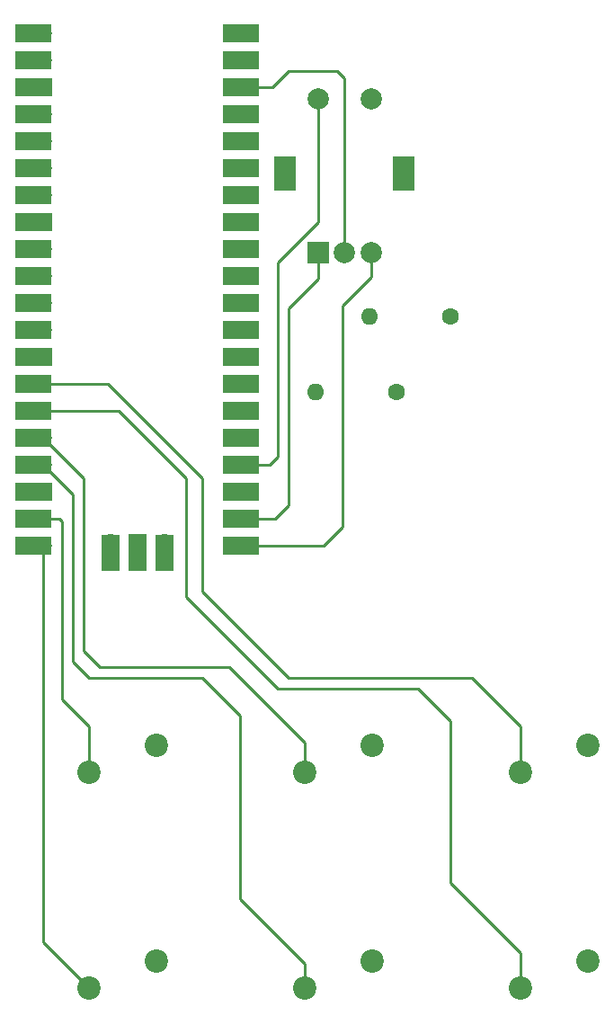
<source format=gtl>
G04 #@! TF.GenerationSoftware,KiCad,Pcbnew,5.1.5+dfsg1-2build2*
G04 #@! TF.CreationDate,2021-05-11T19:50:18+03:00*
G04 #@! TF.ProjectId,pico-mediakeeb,7069636f-2d6d-4656-9469-616b6565622e,v01*
G04 #@! TF.SameCoordinates,Original*
G04 #@! TF.FileFunction,Copper,L1,Top*
G04 #@! TF.FilePolarity,Positive*
%FSLAX46Y46*%
G04 Gerber Fmt 4.6, Leading zero omitted, Abs format (unit mm)*
G04 Created by KiCad (PCBNEW 5.1.5+dfsg1-2build2) date 2021-05-11 19:50:18*
%MOMM*%
%LPD*%
G04 APERTURE LIST*
%ADD10R,2.000000X2.000000*%
%ADD11C,2.000000*%
%ADD12R,2.000000X3.200000*%
%ADD13O,1.700000X1.700000*%
%ADD14R,1.700000X1.700000*%
%ADD15R,3.500000X1.700000*%
%ADD16R,1.700000X3.500000*%
%ADD17C,2.200000*%
%ADD18O,1.600000X1.600000*%
%ADD19C,1.600000*%
%ADD20C,0.250000*%
G04 APERTURE END LIST*
D10*
X74422000Y-74554000D03*
D11*
X76922000Y-74554000D03*
X79422000Y-74554000D03*
D12*
X71322000Y-67054000D03*
X82522000Y-67054000D03*
D11*
X74422000Y-60054000D03*
X79422000Y-60054000D03*
D13*
X48514000Y-53848000D03*
X48514000Y-56388000D03*
D14*
X48514000Y-58928000D03*
D13*
X48514000Y-61468000D03*
X48514000Y-64008000D03*
X48514000Y-66548000D03*
X48514000Y-69088000D03*
D14*
X48514000Y-71628000D03*
D13*
X48514000Y-74168000D03*
X48514000Y-76708000D03*
X48514000Y-79248000D03*
X48514000Y-81788000D03*
D14*
X48514000Y-84328000D03*
D13*
X48514000Y-86868000D03*
X48514000Y-89408000D03*
X48514000Y-91948000D03*
X48514000Y-94488000D03*
D14*
X48514000Y-97028000D03*
D13*
X48514000Y-99568000D03*
X48514000Y-102108000D03*
X66294000Y-102108000D03*
X66294000Y-99568000D03*
D14*
X66294000Y-97028000D03*
D13*
X66294000Y-94488000D03*
X66294000Y-91948000D03*
X66294000Y-89408000D03*
X66294000Y-86868000D03*
D14*
X66294000Y-84328000D03*
D13*
X66294000Y-81788000D03*
X66294000Y-79248000D03*
X66294000Y-76708000D03*
X66294000Y-74168000D03*
D14*
X66294000Y-71628000D03*
D13*
X66294000Y-69088000D03*
X66294000Y-66548000D03*
X66294000Y-64008000D03*
X66294000Y-61468000D03*
D14*
X66294000Y-58928000D03*
D13*
X66294000Y-56388000D03*
X66294000Y-53848000D03*
D15*
X47614000Y-53848000D03*
X47614000Y-56388000D03*
X47614000Y-58928000D03*
X47614000Y-61468000D03*
X47614000Y-64008000D03*
X47614000Y-66548000D03*
X47614000Y-69088000D03*
X47614000Y-71628000D03*
X47614000Y-74168000D03*
X47614000Y-76708000D03*
X47614000Y-79248000D03*
X47614000Y-81788000D03*
X47614000Y-84328000D03*
X47614000Y-86868000D03*
X47614000Y-89408000D03*
X47614000Y-91948000D03*
X47614000Y-94488000D03*
X47614000Y-97028000D03*
X47614000Y-99568000D03*
X47614000Y-102108000D03*
X67194000Y-53848000D03*
X67194000Y-56388000D03*
X67194000Y-58928000D03*
X67194000Y-61468000D03*
X67194000Y-64008000D03*
X67194000Y-66548000D03*
X67194000Y-69088000D03*
X67194000Y-71628000D03*
X67194000Y-74168000D03*
X67194000Y-76708000D03*
X67194000Y-79248000D03*
X67194000Y-81788000D03*
X67194000Y-84328000D03*
X67194000Y-86868000D03*
X67194000Y-89408000D03*
X67194000Y-91948000D03*
X67194000Y-94488000D03*
X67194000Y-97028000D03*
X67194000Y-99568000D03*
X67194000Y-102108000D03*
D16*
X54864000Y-102778000D03*
D13*
X54864000Y-101878000D03*
D16*
X57404000Y-102778000D03*
D14*
X57404000Y-101878000D03*
D16*
X59944000Y-102778000D03*
D13*
X59944000Y-101878000D03*
D17*
X93472000Y-123444000D03*
X99822000Y-120904000D03*
X73152000Y-123444000D03*
X79502000Y-120904000D03*
X52832000Y-123444000D03*
X59182000Y-120904000D03*
X93472000Y-143764000D03*
X99822000Y-141224000D03*
X73152000Y-143764000D03*
X79502000Y-141224000D03*
X52832000Y-143764000D03*
X59182000Y-141224000D03*
D18*
X74168000Y-87630000D03*
D19*
X81788000Y-87630000D03*
D18*
X79248000Y-80518000D03*
D19*
X86868000Y-80518000D03*
D20*
X76708000Y-79502000D02*
X76708000Y-100330000D01*
X74930000Y-102108000D02*
X66294000Y-102108000D01*
X76708000Y-100330000D02*
X74930000Y-102108000D01*
X79422000Y-76788000D02*
X76962000Y-79248000D01*
X76962000Y-79248000D02*
X76708000Y-79502000D01*
X79422000Y-74554000D02*
X79422000Y-76788000D01*
X78422001Y-77787999D02*
X76962000Y-79248000D01*
X48514000Y-139446000D02*
X52832000Y-143764000D01*
X48514000Y-102108000D02*
X48514000Y-139446000D01*
X48514000Y-94488000D02*
X51308000Y-97282000D01*
X51308000Y-97282000D02*
X51308000Y-113030000D01*
X51308000Y-113030000D02*
X52832000Y-114554000D01*
X52832000Y-114554000D02*
X63500000Y-114554000D01*
X63500000Y-114554000D02*
X67056000Y-118110000D01*
X67056000Y-118110000D02*
X67056000Y-135382000D01*
X73152000Y-141478000D02*
X73152000Y-143764000D01*
X67056000Y-135382000D02*
X73152000Y-141478000D01*
X48514000Y-89408000D02*
X55626000Y-89408000D01*
X55626000Y-89408000D02*
X61976000Y-95758000D01*
X61976000Y-95758000D02*
X61976000Y-106934000D01*
X61976000Y-106934000D02*
X70612000Y-115570000D01*
X70612000Y-115570000D02*
X83820000Y-115570000D01*
X83820000Y-115570000D02*
X86868000Y-118618000D01*
X86868000Y-118618000D02*
X86868000Y-133858000D01*
X93472000Y-140462000D02*
X93472000Y-143764000D01*
X86868000Y-133858000D02*
X93472000Y-140462000D01*
X48514000Y-99568000D02*
X50038000Y-99568000D01*
X50038000Y-99568000D02*
X50292000Y-99822000D01*
X50292000Y-99822000D02*
X50292000Y-116586000D01*
X52832000Y-119126000D02*
X52832000Y-123444000D01*
X50292000Y-116586000D02*
X52832000Y-119126000D01*
X48514000Y-91948000D02*
X52324000Y-95758000D01*
X52324000Y-95758000D02*
X52324000Y-112014000D01*
X52324000Y-112014000D02*
X53848000Y-113538000D01*
X53848000Y-113538000D02*
X66040000Y-113538000D01*
X73152000Y-120650000D02*
X73152000Y-123444000D01*
X66040000Y-113538000D02*
X73152000Y-120650000D01*
X48514000Y-86868000D02*
X54610000Y-86868000D01*
X54610000Y-86868000D02*
X63500000Y-95758000D01*
X63500000Y-95758000D02*
X63500000Y-106426000D01*
X63500000Y-106426000D02*
X71628000Y-114554000D01*
X71628000Y-114554000D02*
X88900000Y-114554000D01*
X93472000Y-119126000D02*
X93472000Y-123444000D01*
X88900000Y-114554000D02*
X93472000Y-119126000D01*
X76922000Y-74554000D02*
X76922000Y-58126000D01*
X76922000Y-58126000D02*
X76200000Y-57404000D01*
X76200000Y-57404000D02*
X71628000Y-57404000D01*
X70104000Y-58928000D02*
X66294000Y-58928000D01*
X71628000Y-57404000D02*
X70104000Y-58928000D01*
X67496081Y-94488000D02*
X66294000Y-94488000D01*
X67839002Y-94488000D02*
X67496081Y-94488000D01*
X69850000Y-94488000D02*
X66294000Y-94488000D01*
X70612000Y-75438000D02*
X70612000Y-93726000D01*
X70612000Y-93726000D02*
X69850000Y-94488000D01*
X74422000Y-71628000D02*
X70612000Y-75438000D01*
X74422000Y-60054000D02*
X74422000Y-71628000D01*
X70358000Y-99568000D02*
X66294000Y-99568000D01*
X71628000Y-98298000D02*
X70358000Y-99568000D01*
X71628000Y-79756000D02*
X71628000Y-80264000D01*
X74422000Y-76962000D02*
X71628000Y-79756000D01*
X74422000Y-74554000D02*
X74422000Y-76962000D01*
X71628000Y-80264000D02*
X71628000Y-98298000D01*
M02*

</source>
